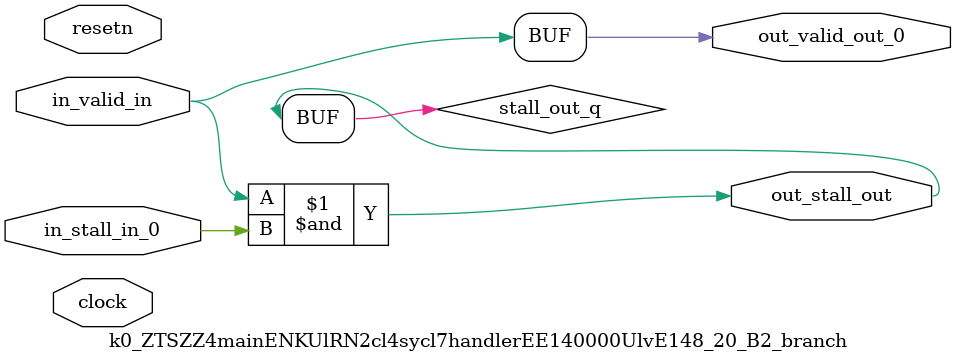
<source format=sv>



(* altera_attribute = "-name AUTO_SHIFT_REGISTER_RECOGNITION OFF; -name MESSAGE_DISABLE 10036; -name MESSAGE_DISABLE 10037; -name MESSAGE_DISABLE 14130; -name MESSAGE_DISABLE 14320; -name MESSAGE_DISABLE 15400; -name MESSAGE_DISABLE 14130; -name MESSAGE_DISABLE 10036; -name MESSAGE_DISABLE 12020; -name MESSAGE_DISABLE 12030; -name MESSAGE_DISABLE 12010; -name MESSAGE_DISABLE 12110; -name MESSAGE_DISABLE 14320; -name MESSAGE_DISABLE 13410; -name MESSAGE_DISABLE 113007; -name MESSAGE_DISABLE 10958" *)
module k0_ZTSZZ4mainENKUlRN2cl4sycl7handlerEE140000UlvE148_20_B2_branch (
    input wire [0:0] in_stall_in_0,
    input wire [0:0] in_valid_in,
    output wire [0:0] out_stall_out,
    output wire [0:0] out_valid_out_0,
    input wire clock,
    input wire resetn
    );

    wire [0:0] stall_out_q;


    // stall_out(LOGICAL,6)
    assign stall_out_q = in_valid_in & in_stall_in_0;

    // out_stall_out(GPOUT,4)
    assign out_stall_out = stall_out_q;

    // out_valid_out_0(GPOUT,5)
    assign out_valid_out_0 = in_valid_in;

endmodule

</source>
